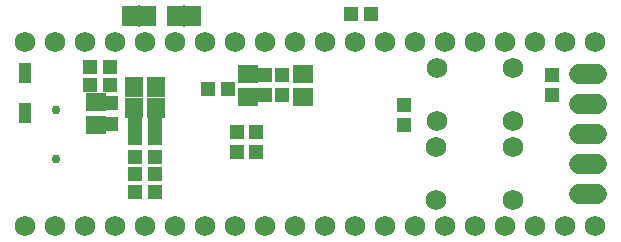
<source format=gbr>
G04 EAGLE Gerber RS-274X export*
G75*
%MOMM*%
%FSLAX34Y34*%
%LPD*%
%INSoldermask Bottom*%
%IPPOS*%
%AMOC8*
5,1,8,0,0,1.08239X$1,22.5*%
G01*
%ADD10R,1.203200X1.303200*%
%ADD11R,1.703200X1.503200*%
%ADD12R,1.303200X1.203200*%
%ADD13C,1.727200*%
%ADD14R,1.503200X1.703200*%
%ADD15C,1.727200*%
%ADD16C,0.753200*%
%ADD17R,1.371600X1.803400*%
%ADD18R,0.152400X1.828800*%
%ADD19R,1.003200X1.803200*%


D10*
X-23813Y164075D03*
X-23813Y147075D03*
D11*
X-6350Y165075D03*
X-6350Y146075D03*
D10*
X-38100Y164075D03*
X-38100Y147075D03*
D11*
X-52388Y165075D03*
X-52388Y146075D03*
D10*
X-169300Y171450D03*
X-186300Y171450D03*
X-86288Y152400D03*
X-69288Y152400D03*
X-169300Y155575D03*
X-186300Y155575D03*
D12*
X79375Y138675D03*
X79375Y121675D03*
D13*
X227330Y165100D02*
X242570Y165100D01*
X242570Y139700D02*
X227330Y139700D01*
X227330Y114300D02*
X242570Y114300D01*
X242570Y88900D02*
X227330Y88900D01*
X227330Y63500D02*
X242570Y63500D01*
D12*
X-131200Y95250D03*
X-148200Y95250D03*
D14*
X-130200Y136525D03*
X-149200Y136525D03*
D10*
X204788Y164075D03*
X204788Y147075D03*
X-131200Y65088D03*
X-148200Y65088D03*
X-131200Y80963D03*
X-148200Y80963D03*
D15*
X172212Y125032D03*
X172212Y170244D03*
X107188Y125032D03*
X107188Y170244D03*
D16*
X-215213Y135050D03*
X-215213Y93550D03*
D11*
X-180975Y122263D03*
X-180975Y141263D03*
D12*
X-131200Y111125D03*
X-148200Y111125D03*
D14*
X-130200Y153988D03*
X-149200Y153988D03*
D12*
X-131200Y122238D03*
X-148200Y122238D03*
D10*
X-168275Y123263D03*
X-168275Y140263D03*
D15*
X241300Y36513D03*
X215900Y36513D03*
X190500Y36513D03*
X165100Y36513D03*
X139700Y36513D03*
X114300Y36513D03*
X88900Y36513D03*
X63500Y36513D03*
X38100Y36513D03*
X12700Y36513D03*
X-12700Y36513D03*
X-38100Y36513D03*
X-63500Y36513D03*
X-88900Y36513D03*
X-114300Y36513D03*
X-139700Y36513D03*
X-165100Y36513D03*
X-190500Y36513D03*
X-215900Y36513D03*
X-241300Y36513D03*
X-241300Y192088D03*
X-215900Y192088D03*
X-190500Y192088D03*
X-165100Y192088D03*
X-139700Y192088D03*
X-114300Y192088D03*
X-88900Y192088D03*
X-63500Y192088D03*
X-38100Y192088D03*
X-12700Y192088D03*
X12700Y192088D03*
X38100Y192088D03*
X63500Y192088D03*
X88900Y192088D03*
X114300Y192088D03*
X139700Y192088D03*
X165100Y192088D03*
X190500Y192088D03*
X215900Y192088D03*
X241300Y192088D03*
X106998Y103569D03*
X106998Y58357D03*
X172022Y103569D03*
X172022Y58357D03*
D10*
X-46038Y116450D03*
X-46038Y99450D03*
D17*
X-136843Y214313D03*
X-152083Y214313D03*
D18*
X-144463Y214313D03*
D17*
X-98743Y214313D03*
X-113983Y214313D03*
D18*
X-106363Y214313D03*
D12*
X-61913Y116450D03*
X-61913Y99450D03*
D19*
X-241300Y132225D03*
X-241300Y166225D03*
D10*
X51363Y215900D03*
X34363Y215900D03*
M02*

</source>
